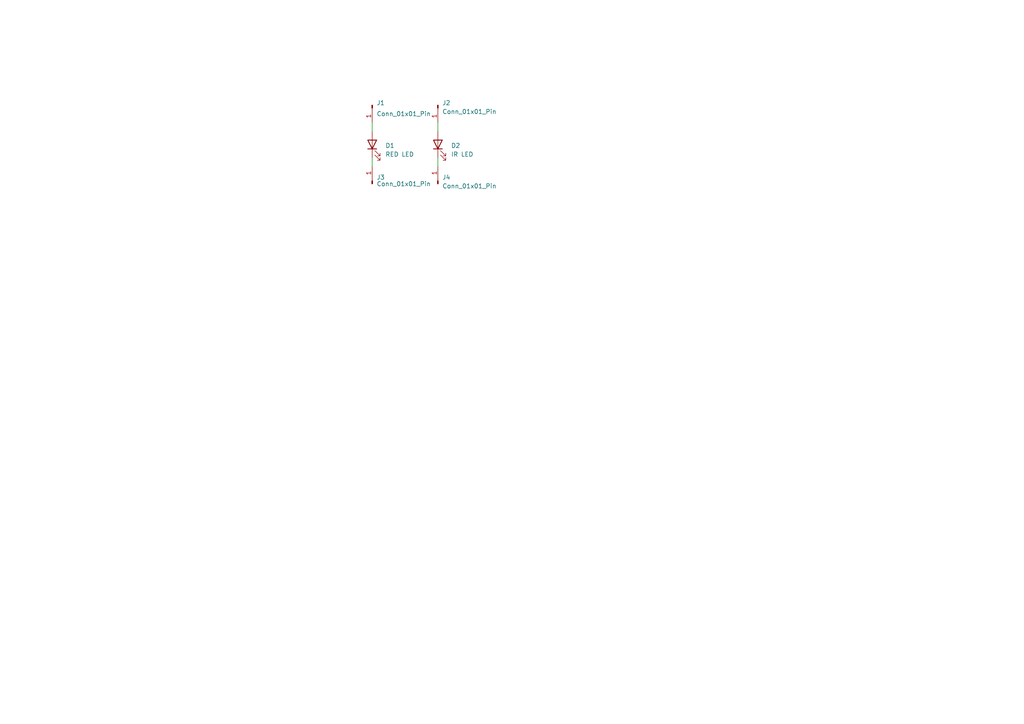
<source format=kicad_sch>
(kicad_sch (version 20230121) (generator eeschema)

  (uuid a26a136c-c869-4969-9b78-772e3033c3c1)

  (paper "A4")

  (lib_symbols
    (symbol "Connector:Conn_01x01_Pin" (pin_names (offset 1.016) hide) (in_bom yes) (on_board yes)
      (property "Reference" "J" (at 0 2.54 0)
        (effects (font (size 1.27 1.27)))
      )
      (property "Value" "Conn_01x01_Pin" (at 0 -2.54 0)
        (effects (font (size 1.27 1.27)))
      )
      (property "Footprint" "" (at 0 0 0)
        (effects (font (size 1.27 1.27)) hide)
      )
      (property "Datasheet" "~" (at 0 0 0)
        (effects (font (size 1.27 1.27)) hide)
      )
      (property "ki_locked" "" (at 0 0 0)
        (effects (font (size 1.27 1.27)))
      )
      (property "ki_keywords" "connector" (at 0 0 0)
        (effects (font (size 1.27 1.27)) hide)
      )
      (property "ki_description" "Generic connector, single row, 01x01, script generated" (at 0 0 0)
        (effects (font (size 1.27 1.27)) hide)
      )
      (property "ki_fp_filters" "Connector*:*_1x??_*" (at 0 0 0)
        (effects (font (size 1.27 1.27)) hide)
      )
      (symbol "Conn_01x01_Pin_1_1"
        (polyline
          (pts
            (xy 1.27 0)
            (xy 0.8636 0)
          )
          (stroke (width 0.1524) (type default))
          (fill (type none))
        )
        (rectangle (start 0.8636 0.127) (end 0 -0.127)
          (stroke (width 0.1524) (type default))
          (fill (type outline))
        )
        (pin passive line (at 5.08 0 180) (length 3.81)
          (name "Pin_1" (effects (font (size 1.27 1.27))))
          (number "1" (effects (font (size 1.27 1.27))))
        )
      )
    )
    (symbol "Device:LED" (pin_numbers hide) (pin_names (offset 1.016) hide) (in_bom yes) (on_board yes)
      (property "Reference" "D" (at 0 2.54 0)
        (effects (font (size 1.27 1.27)))
      )
      (property "Value" "LED" (at 0 -2.54 0)
        (effects (font (size 1.27 1.27)))
      )
      (property "Footprint" "" (at 0 0 0)
        (effects (font (size 1.27 1.27)) hide)
      )
      (property "Datasheet" "~" (at 0 0 0)
        (effects (font (size 1.27 1.27)) hide)
      )
      (property "ki_keywords" "LED diode" (at 0 0 0)
        (effects (font (size 1.27 1.27)) hide)
      )
      (property "ki_description" "Light emitting diode" (at 0 0 0)
        (effects (font (size 1.27 1.27)) hide)
      )
      (property "ki_fp_filters" "LED* LED_SMD:* LED_THT:*" (at 0 0 0)
        (effects (font (size 1.27 1.27)) hide)
      )
      (symbol "LED_0_1"
        (polyline
          (pts
            (xy -1.27 -1.27)
            (xy -1.27 1.27)
          )
          (stroke (width 0.254) (type default))
          (fill (type none))
        )
        (polyline
          (pts
            (xy -1.27 0)
            (xy 1.27 0)
          )
          (stroke (width 0) (type default))
          (fill (type none))
        )
        (polyline
          (pts
            (xy 1.27 -1.27)
            (xy 1.27 1.27)
            (xy -1.27 0)
            (xy 1.27 -1.27)
          )
          (stroke (width 0.254) (type default))
          (fill (type none))
        )
        (polyline
          (pts
            (xy -3.048 -0.762)
            (xy -4.572 -2.286)
            (xy -3.81 -2.286)
            (xy -4.572 -2.286)
            (xy -4.572 -1.524)
          )
          (stroke (width 0) (type default))
          (fill (type none))
        )
        (polyline
          (pts
            (xy -1.778 -0.762)
            (xy -3.302 -2.286)
            (xy -2.54 -2.286)
            (xy -3.302 -2.286)
            (xy -3.302 -1.524)
          )
          (stroke (width 0) (type default))
          (fill (type none))
        )
      )
      (symbol "LED_1_1"
        (pin passive line (at -3.81 0 0) (length 2.54)
          (name "K" (effects (font (size 1.27 1.27))))
          (number "1" (effects (font (size 1.27 1.27))))
        )
        (pin passive line (at 3.81 0 180) (length 2.54)
          (name "A" (effects (font (size 1.27 1.27))))
          (number "2" (effects (font (size 1.27 1.27))))
        )
      )
    )
  )


  (wire (pts (xy 127 45.72) (xy 127 48.26))
    (stroke (width 0) (type default))
    (uuid 537c944e-30ec-4743-8474-ccb43542ff79)
  )
  (wire (pts (xy 127 35.56) (xy 127 38.1))
    (stroke (width 0) (type default))
    (uuid 65fe9e1e-9083-4b54-8cd2-17347f7d80d6)
  )
  (wire (pts (xy 107.95 45.72) (xy 107.95 48.26))
    (stroke (width 0) (type default))
    (uuid 71155a5e-f485-4aee-9995-c6bd42af459b)
  )
  (wire (pts (xy 107.95 35.56) (xy 107.95 38.1))
    (stroke (width 0) (type default))
    (uuid f6efd855-d500-4869-8f07-8be2420e6d8b)
  )

  (symbol (lib_id "Connector:Conn_01x01_Pin") (at 127 53.34 90) (unit 1)
    (in_bom yes) (on_board yes) (dnp no) (fields_autoplaced)
    (uuid 1074cdbd-f88b-4143-8c29-5474bfef7f43)
    (property "Reference" "J4" (at 128.27 51.435 90)
      (effects (font (size 1.27 1.27)) (justify right))
    )
    (property "Value" "Conn_01x01_Pin" (at 128.27 53.975 90)
      (effects (font (size 1.27 1.27)) (justify right))
    )
    (property "Footprint" "Connector_PinHeader_2.54mm:PinHeader_1x01_P2.54mm_Vertical" (at 127 53.34 0)
      (effects (font (size 1.27 1.27)) hide)
    )
    (property "Datasheet" "~" (at 127 53.34 0)
      (effects (font (size 1.27 1.27)) hide)
    )
    (pin "1" (uuid 141b472b-c77f-44ce-825b-660f38b7abad))
    (instances
      (project "led_pcb"
        (path "/a26a136c-c869-4969-9b78-772e3033c3c1"
          (reference "J4") (unit 1)
        )
      )
    )
  )

  (symbol (lib_id "Connector:Conn_01x01_Pin") (at 127 30.48 270) (unit 1)
    (in_bom yes) (on_board yes) (dnp no) (fields_autoplaced)
    (uuid 37deb618-0ef1-4ff0-abeb-48e899f20974)
    (property "Reference" "J2" (at 128.27 29.845 90)
      (effects (font (size 1.27 1.27)) (justify left))
    )
    (property "Value" "Conn_01x01_Pin" (at 128.27 32.385 90)
      (effects (font (size 1.27 1.27)) (justify left))
    )
    (property "Footprint" "Connector_PinHeader_2.54mm:PinHeader_1x01_P2.54mm_Vertical" (at 127 30.48 0)
      (effects (font (size 1.27 1.27)) hide)
    )
    (property "Datasheet" "~" (at 127 30.48 0)
      (effects (font (size 1.27 1.27)) hide)
    )
    (pin "1" (uuid fdd081d7-59fc-4132-838c-abca27777553))
    (instances
      (project "led_pcb"
        (path "/a26a136c-c869-4969-9b78-772e3033c3c1"
          (reference "J2") (unit 1)
        )
      )
    )
  )

  (symbol (lib_id "Connector:Conn_01x01_Pin") (at 107.95 53.34 90) (unit 1)
    (in_bom yes) (on_board yes) (dnp no)
    (uuid 7a81a09b-0656-4c17-bd4d-0876d2aa4b70)
    (property "Reference" "J3" (at 109.22 51.435 90)
      (effects (font (size 1.27 1.27)) (justify right))
    )
    (property "Value" "Conn_01x01_Pin" (at 109.22 53.34 90)
      (effects (font (size 1.27 1.27)) (justify right))
    )
    (property "Footprint" "Connector_PinHeader_2.54mm:PinHeader_1x01_P2.54mm_Vertical" (at 107.95 53.34 0)
      (effects (font (size 1.27 1.27)) hide)
    )
    (property "Datasheet" "~" (at 107.95 53.34 0)
      (effects (font (size 1.27 1.27)) hide)
    )
    (pin "1" (uuid 78533906-443b-426c-b598-486ec82af9bb))
    (instances
      (project "led_pcb"
        (path "/a26a136c-c869-4969-9b78-772e3033c3c1"
          (reference "J3") (unit 1)
        )
      )
    )
  )

  (symbol (lib_id "Device:LED") (at 107.95 41.91 90) (unit 1)
    (in_bom yes) (on_board yes) (dnp no) (fields_autoplaced)
    (uuid 832875ae-9b84-4a09-9f88-e0c4a4ae40a8)
    (property "Reference" "D1" (at 111.76 42.2275 90)
      (effects (font (size 1.27 1.27)) (justify right))
    )
    (property "Value" "RED LED" (at 111.76 44.7675 90)
      (effects (font (size 1.27 1.27)) (justify right))
    )
    (property "Footprint" "LED_THT:LED_D3.0mm" (at 107.95 41.91 0)
      (effects (font (size 1.27 1.27)) hide)
    )
    (property "Datasheet" "~" (at 107.95 41.91 0)
      (effects (font (size 1.27 1.27)) hide)
    )
    (pin "1" (uuid 70365a09-1bb3-4b4e-b7de-af2da56d1ccf))
    (pin "2" (uuid 9ad9a885-6660-43d4-8c48-c9ba6b383173))
    (instances
      (project "led_pcb"
        (path "/a26a136c-c869-4969-9b78-772e3033c3c1"
          (reference "D1") (unit 1)
        )
      )
    )
  )

  (symbol (lib_id "Device:LED") (at 127 41.91 90) (unit 1)
    (in_bom yes) (on_board yes) (dnp no) (fields_autoplaced)
    (uuid 84e6d827-27c1-4863-a414-8b47f49bf114)
    (property "Reference" "D2" (at 130.81 42.2275 90)
      (effects (font (size 1.27 1.27)) (justify right))
    )
    (property "Value" "IR LED" (at 130.81 44.7675 90)
      (effects (font (size 1.27 1.27)) (justify right))
    )
    (property "Footprint" "LED_THT:LED_D3.0mm" (at 127 41.91 0)
      (effects (font (size 1.27 1.27)) hide)
    )
    (property "Datasheet" "~" (at 127 41.91 0)
      (effects (font (size 1.27 1.27)) hide)
    )
    (pin "1" (uuid ced84137-fc39-40c0-af66-1ff5a6bca7a7))
    (pin "2" (uuid f85d06b4-ea8e-4fca-be6f-e2591dd6689b))
    (instances
      (project "led_pcb"
        (path "/a26a136c-c869-4969-9b78-772e3033c3c1"
          (reference "D2") (unit 1)
        )
      )
    )
  )

  (symbol (lib_id "Connector:Conn_01x01_Pin") (at 107.95 30.48 270) (unit 1)
    (in_bom yes) (on_board yes) (dnp no)
    (uuid 9abe5e18-bba5-4646-9d8c-d78ab2ba4fc5)
    (property "Reference" "J1" (at 109.22 29.845 90)
      (effects (font (size 1.27 1.27)) (justify left))
    )
    (property "Value" "Conn_01x01_Pin" (at 109.22 33.02 90)
      (effects (font (size 1.27 1.27)) (justify left))
    )
    (property "Footprint" "Connector_PinHeader_2.54mm:PinHeader_1x01_P2.54mm_Vertical" (at 107.95 30.48 0)
      (effects (font (size 1.27 1.27)) hide)
    )
    (property "Datasheet" "~" (at 107.95 30.48 0)
      (effects (font (size 1.27 1.27)) hide)
    )
    (pin "1" (uuid f503de23-034b-43ba-8609-b5fb7c6df736))
    (instances
      (project "led_pcb"
        (path "/a26a136c-c869-4969-9b78-772e3033c3c1"
          (reference "J1") (unit 1)
        )
      )
    )
  )

  (sheet_instances
    (path "/" (page "1"))
  )
)

</source>
